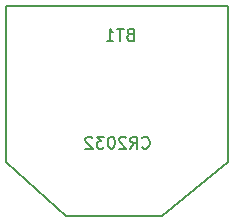
<source format=gbo>
G04 (created by PCBNEW (2013-07-07 BZR 4022)-stable) date 1/28/2014 12:53:12 PM*
%MOIN*%
G04 Gerber Fmt 3.4, Leading zero omitted, Abs format*
%FSLAX34Y34*%
G01*
G70*
G90*
G04 APERTURE LIST*
%ADD10C,0.006*%
%ADD11C,0.00590551*%
G04 APERTURE END LIST*
G54D10*
G54D11*
X19510Y-16700D02*
X19510Y-11500D01*
X19510Y-11500D02*
X12110Y-11500D01*
X12110Y-11500D02*
X12110Y-16700D01*
X19510Y-16700D02*
X17310Y-18500D01*
X17310Y-18500D02*
X14110Y-18500D01*
X14110Y-18500D02*
X12110Y-16700D01*
X16219Y-12453D02*
X16163Y-12471D01*
X16144Y-12490D01*
X16125Y-12528D01*
X16125Y-12584D01*
X16144Y-12621D01*
X16163Y-12640D01*
X16200Y-12659D01*
X16350Y-12659D01*
X16350Y-12265D01*
X16219Y-12265D01*
X16181Y-12284D01*
X16163Y-12303D01*
X16144Y-12340D01*
X16144Y-12378D01*
X16163Y-12415D01*
X16181Y-12434D01*
X16219Y-12453D01*
X16350Y-12453D01*
X16013Y-12265D02*
X15788Y-12265D01*
X15900Y-12659D02*
X15900Y-12265D01*
X15450Y-12659D02*
X15675Y-12659D01*
X15563Y-12659D02*
X15563Y-12265D01*
X15600Y-12321D01*
X15638Y-12359D01*
X15675Y-12378D01*
X16634Y-16221D02*
X16653Y-16240D01*
X16709Y-16259D01*
X16747Y-16259D01*
X16803Y-16240D01*
X16841Y-16203D01*
X16859Y-16165D01*
X16878Y-16090D01*
X16878Y-16034D01*
X16859Y-15959D01*
X16841Y-15921D01*
X16803Y-15884D01*
X16747Y-15865D01*
X16709Y-15865D01*
X16653Y-15884D01*
X16634Y-15903D01*
X16241Y-16259D02*
X16372Y-16071D01*
X16466Y-16259D02*
X16466Y-15865D01*
X16316Y-15865D01*
X16278Y-15884D01*
X16259Y-15903D01*
X16241Y-15940D01*
X16241Y-15996D01*
X16259Y-16034D01*
X16278Y-16053D01*
X16316Y-16071D01*
X16466Y-16071D01*
X16091Y-15903D02*
X16072Y-15884D01*
X16034Y-15865D01*
X15941Y-15865D01*
X15903Y-15884D01*
X15884Y-15903D01*
X15866Y-15940D01*
X15866Y-15978D01*
X15884Y-16034D01*
X16109Y-16259D01*
X15866Y-16259D01*
X15622Y-15865D02*
X15585Y-15865D01*
X15547Y-15884D01*
X15528Y-15903D01*
X15510Y-15940D01*
X15491Y-16015D01*
X15491Y-16109D01*
X15510Y-16184D01*
X15528Y-16221D01*
X15547Y-16240D01*
X15585Y-16259D01*
X15622Y-16259D01*
X15660Y-16240D01*
X15678Y-16221D01*
X15697Y-16184D01*
X15716Y-16109D01*
X15716Y-16015D01*
X15697Y-15940D01*
X15678Y-15903D01*
X15660Y-15884D01*
X15622Y-15865D01*
X15360Y-15865D02*
X15116Y-15865D01*
X15247Y-16015D01*
X15191Y-16015D01*
X15153Y-16034D01*
X15135Y-16053D01*
X15116Y-16090D01*
X15116Y-16184D01*
X15135Y-16221D01*
X15153Y-16240D01*
X15191Y-16259D01*
X15303Y-16259D01*
X15341Y-16240D01*
X15360Y-16221D01*
X14966Y-15903D02*
X14947Y-15884D01*
X14910Y-15865D01*
X14816Y-15865D01*
X14778Y-15884D01*
X14760Y-15903D01*
X14741Y-15940D01*
X14741Y-15978D01*
X14760Y-16034D01*
X14985Y-16259D01*
X14741Y-16259D01*
M02*

</source>
